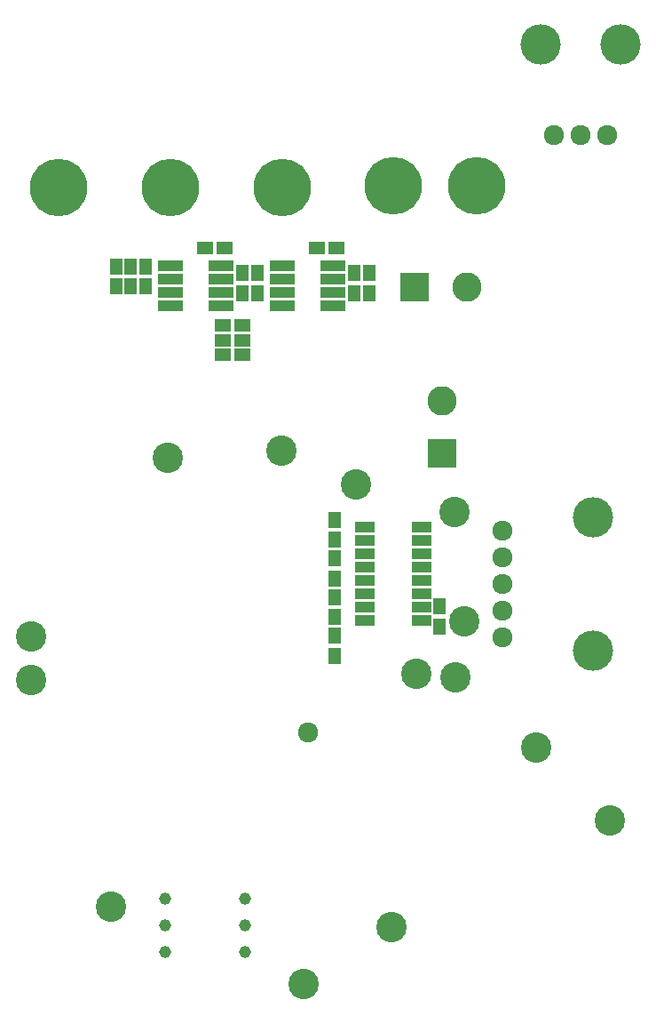
<source format=gbr>
G04 #@! TF.FileFunction,Soldermask,Bot*
%FSLAX46Y46*%
G04 Gerber Fmt 4.6, Leading zero omitted, Abs format (unit mm)*
G04 Created by KiCad (PCBNEW 4.0.7) date 04/15/18 19:58:25*
%MOMM*%
%LPD*%
G01*
G04 APERTURE LIST*
%ADD10C,0.100000*%
%ADD11R,2.800000X2.800000*%
%ADD12C,2.800000*%
%ADD13C,5.480000*%
%ADD14C,2.899360*%
%ADD15R,2.470000X1.060000*%
%ADD16C,1.924000*%
%ADD17C,3.850000*%
%ADD18R,1.900000X1.000000*%
%ADD19C,1.162000*%
%ADD20R,1.150000X1.600000*%
%ADD21R,1.600000X1.150000*%
G04 APERTURE END LIST*
D10*
D11*
X154000200Y-70078600D03*
D12*
X154000200Y-65078600D03*
D11*
X151434800Y-54254400D03*
D12*
X156434800Y-54254400D03*
D13*
X149351000Y-44602400D03*
X157352000Y-44602400D03*
D14*
X163004500Y-98107500D03*
X114858800Y-91643200D03*
X127889000Y-70485000D03*
X156146500Y-86042500D03*
X138684000Y-69850000D03*
X114808000Y-87503000D03*
X145796000Y-73025000D03*
X155321000Y-91376500D03*
X155194000Y-75692000D03*
X140843000Y-120650000D03*
X149225000Y-115189000D03*
X122491500Y-113284000D03*
X170053000Y-105029000D03*
X151587200Y-91033600D03*
D15*
X138799000Y-56007000D03*
X138799000Y-54737000D03*
X138799000Y-53467000D03*
X138799000Y-52197000D03*
X143649000Y-52197000D03*
X143649000Y-53467000D03*
X143649000Y-54737000D03*
X143649000Y-56007000D03*
D16*
X164719000Y-39751000D03*
X167259000Y-39751000D03*
X169799000Y-39751000D03*
D17*
X163449000Y-31115000D03*
X171069000Y-31115000D03*
D16*
X159766000Y-77470000D03*
X159766000Y-80010000D03*
X159766000Y-82550000D03*
X159766000Y-85090000D03*
X159766000Y-87630000D03*
D17*
X168402000Y-76200000D03*
X168402000Y-88900000D03*
D15*
X128131000Y-56007000D03*
X128131000Y-54737000D03*
X128131000Y-53467000D03*
X128131000Y-52197000D03*
X132981000Y-52197000D03*
X132981000Y-53467000D03*
X132981000Y-54737000D03*
X132981000Y-56007000D03*
D18*
X146652000Y-85979000D03*
X146652000Y-84709000D03*
X146652000Y-83439000D03*
X146652000Y-82169000D03*
X146652000Y-80899000D03*
X146652000Y-79629000D03*
X146652000Y-78359000D03*
X146652000Y-77089000D03*
X152052000Y-77089000D03*
X152052000Y-78359000D03*
X152052000Y-79629000D03*
X152052000Y-80899000D03*
X152052000Y-82169000D03*
X152052000Y-83439000D03*
X152052000Y-84709000D03*
X152052000Y-85979000D03*
D13*
X138810000Y-44729400D03*
X128142000Y-44729400D03*
X117474000Y-44729400D03*
D19*
X127635000Y-117602000D03*
X135255000Y-117602000D03*
X127635000Y-115062000D03*
X135255000Y-115062000D03*
X127635000Y-112522000D03*
X135255000Y-112522000D03*
D20*
X136398000Y-52898000D03*
X136398000Y-54798000D03*
X147066000Y-52898000D03*
X147066000Y-54798000D03*
D21*
X131384000Y-50546000D03*
X133284000Y-50546000D03*
X142052000Y-50546000D03*
X143952000Y-50546000D03*
X133098500Y-60706000D03*
X134998500Y-60706000D03*
D20*
X122936000Y-54163000D03*
X122936000Y-52263000D03*
X153797000Y-86548000D03*
X153797000Y-84648000D03*
X143764000Y-85659000D03*
X143764000Y-83759000D03*
X143764000Y-81976000D03*
X143764000Y-80076000D03*
X143764000Y-89342000D03*
X143764000Y-87442000D03*
X143764000Y-76393000D03*
X143764000Y-78293000D03*
X135001000Y-52898000D03*
X135001000Y-54798000D03*
D21*
X133098500Y-57912000D03*
X134998500Y-57912000D03*
X134998500Y-59309000D03*
X133098500Y-59309000D03*
D20*
X125730000Y-54163000D03*
X125730000Y-52263000D03*
X124333000Y-52263000D03*
X124333000Y-54163000D03*
X145669000Y-52898000D03*
X145669000Y-54798000D03*
D16*
X141224000Y-96621600D03*
M02*

</source>
